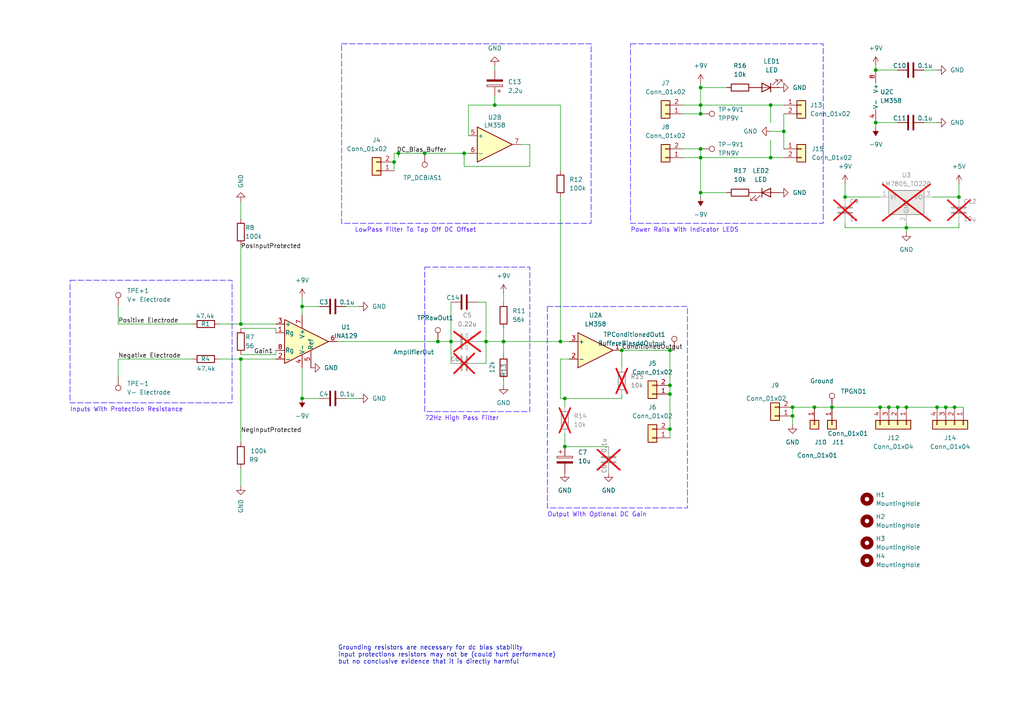
<source format=kicad_sch>
(kicad_sch (version 20231120) (generator "eeschema") (generator_version "8.0")
  (paper "A4")
  (lib_symbols
    (symbol "Amplifier_Instrumentation:INA129" (pin_names (offset 0.127))
      (property "Reference" "U" (at 3.81 3.175 0))
      (property "Value" "INA129" (at 3.81 -3.175 0))
      (symbol "INA129_0_1"
        (polyline (pts (xy 7.62 0) (xy -5.08 6.35) (xy -5.08 -6.35) (xy 7.62 0)) (stroke (width 0.254)) (fill (type background)))
      )
      (symbol "INA129_1_1"
        (pin passive line (at -7.62 2.54 0) (length 2.54) (name "Rg") (number "1"))
        (pin input line (at -7.62 -5.08 0) (length 2.54) (name "-") (number "2"))
        (pin input line (at -7.62 5.08 0) (length 2.54) (name "+") (number "3"))
        (pin power_in line (at 0 -7.62 90) (length 3.81) (name "V-") (number "4"))
        (pin input line (at 2.54 -7.62 90) (length 5.08) (name "Ref") (number "5"))
        (pin output line (at 10.16 0 180) (length 2.54) (name "~") (number "6"))
        (pin power_in line (at 0 7.62 270) (length 3.81) (name "V+") (number "7"))
        (pin passive line (at -7.62 -2.54 0) (length 2.54) (name "Rg") (number "8"))
      )
    )
    (symbol "Amplifier_Operational:LM358" (pin_names (offset 0.127))
      (property "Reference" "U" (at 0 5.08 0))
      (property "Value" "LM358" (at 0 -5.08 0))
      (symbol "LM358_1_1"
        (polyline (pts (xy -5.08 5.08) (xy 5.08 0) (xy -5.08 -5.08) (xy -5.08 5.08)) (stroke (width 0.254)) (fill (type background)))
        (pin output line (at 7.62 0 180) (length 2.54) (name "~") (number "1"))
        (pin input line (at -7.62 -2.54 0) (length 2.54) (name "-") (number "2"))
        (pin input line (at -7.62 2.54 0) (length 2.54) (name "+") (number "3"))
      )
      (symbol "LM358_2_1"
        (polyline (pts (xy -5.08 5.08) (xy 5.08 0) (xy -5.08 -5.08) (xy -5.08 5.08)) (stroke (width 0.254)) (fill (type background)))
        (pin input line (at -7.62 2.54 0) (length 2.54) (name "+") (number "5"))
        (pin input line (at -7.62 -2.54 0) (length 2.54) (name "-") (number "6"))
        (pin output line (at 7.62 0 180) (length 2.54) (name "~") (number "7"))
      )
      (symbol "LM358_3_1"
        (pin power_in line (at -2.54 -7.62 90) (length 3.81) (name "V-") (number "4"))
        (pin power_in line (at -2.54 7.62 270) (length 3.81) (name "V+") (number "8"))
      )
    )
    (symbol "Connector:TestPoint" (pin_numbers hide) (pin_names (offset 0.762) hide)
      (property "Reference" "TP" (at 0 6.858 0))
      (property "Value" "TestPoint" (at 0 5.08 0))
      (symbol "TestPoint_0_1"
        (circle (center 0 3.302) (radius 0.762))
      )
      (symbol "TestPoint_1_1"
        (pin passive line (at 0 0 90) (length 2.54) (name "1") (number "1"))
      )
    )
    (symbol "Connector_Generic:Conn_01x01" (pin_names (offset 1.016) hide)
      (property "Reference" "J" (at 0 2.54 0))
      (property "Value" "Conn_01x01" (at 0 -2.54 0))
      (symbol "Conn_01x01_1_1"
        (rectangle (start -1.27 0.127) (end 0 -0.127) (stroke (width 0.1524)))
        (rectangle (start -1.27 1.27) (end 1.27 -1.27) (stroke (width 0.254)) (fill (type background)))
        (pin passive line (at -5.08 0 0) (length 3.81) (name "Pin_1") (number "1"))
      )
    )
    (symbol "Connector_Generic:Conn_01x02" (pin_names (offset 1.016) hide)
      (property "Reference" "J" (at 0 2.54 0))
      (property "Value" "Conn_01x02" (at 0 -5.08 0))
      (symbol "Conn_01x02_1_1"
        (rectangle (start -1.27 -2.413) (end 0 -2.667) (stroke (width 0.1524)))
        (rectangle (start -1.27 0.127) (end 0 -0.127) (stroke (width 0.1524)))
        (rectangle (start -1.27 1.27) (end 1.27 -3.81) (stroke (width 0.254)) (fill (type background)))
        (pin passive line (at -5.08 0 0) (length 3.81) (name "Pin_1") (number "1"))
        (pin passive line (at -5.08 -2.54 0) (length 3.81) (name "Pin_2") (number "2"))
      )
    )
    (symbol "Connector_Generic:Conn_01x04" (pin_names (offset 1.016) hide)
      (property "Reference" "J" (at 0 5.08 0))
      (property "Value" "Conn_01x04" (at 0 -7.62 0))
      (symbol "Conn_01x04_1_1"
        (rectangle (start -1.27 -4.953) (end 0 -5.207) (stroke (width 0.1524)))
        (rectangle (start -1.27 -2.413) (end 0 -2.667) (stroke (width 0.1524)))
        (rectangle (start -1.27 0.127) (end 0 -0.127) (stroke (width 0.1524)))
        (rectangle (start -1.27 2.667) (end 0 2.413) (stroke (width 0.1524)))
        (rectangle (start -1.27 3.81) (end 1.27 -6.35) (stroke (width 0.254)) (fill (type background)))
        (pin passive line (at -5.08 2.54 0) (length 3.81) (name "Pin_1") (number "1"))
        (pin passive line (at -5.08 0 0) (length 3.81) (name "Pin_2") (number "2"))
        (pin passive line (at -5.08 -2.54 0) (length 3.81) (name "Pin_3") (number "3"))
        (pin passive line (at -5.08 -5.08 0) (length 3.81) (name "Pin_4") (number "4"))
      )
    )
    (symbol "Device:C" (pin_numbers hide) (pin_names (offset 0.254))
      (property "Reference" "C" (at 0.635 2.54 0))
      (property "Value" "C" (at 0.635 -2.54 0))
      (symbol "C_0_1"
        (polyline (pts (xy -2.032 -0.762) (xy 2.032 -0.762)) (stroke (width 0.508)))
        (polyline (pts (xy -2.032 0.762) (xy 2.032 0.762)) (stroke (width 0.508)))
      )
      (symbol "C_1_1"
        (pin passive line (at 0 3.81 270) (length 2.794) (name "~") (number "1"))
        (pin passive line (at 0 -3.81 90) (length 2.794) (name "~") (number "2"))
      )
    )
    (symbol "Device:C_Polarized" (pin_numbers hide) (pin_names (offset 0.254))
      (property "Reference" "C" (at 0.635 2.54 0))
      (property "Value" "C_Polarized" (at 0.635 -2.54 0))
      (symbol "C_Polarized_0_1"
        (rectangle (start -2.286 0.508) (end 2.286 1.016))
        (polyline (pts (xy -1.778 2.286) (xy -0.762 2.286)))
        (polyline (pts (xy -1.27 2.794) (xy -1.27 1.778)))
        (rectangle (start 2.286 -0.508) (end -2.286 -1.016) (fill (type outline)))
      )
      (symbol "C_Polarized_1_1"
        (pin passive line (at 0 3.81 270) (length 2.794) (name "~") (number "1"))
        (pin passive line (at 0 -3.81 90) (length 2.794) (name "~") (number "2"))
      )
    )
    (symbol "Device:LED" (pin_numbers hide) (pin_names (offset 1.016) hide)
      (property "Reference" "D" (at 0 2.54 0))
      (property "Value" "LED" (at 0 -2.54 0))
      (symbol "LED_0_1"
        (polyline (pts (xy -1.27 -1.27) (xy -1.27 1.27)) (stroke (width 0.254)))
        (polyline (pts (xy -1.27 0) (xy 1.27 0)))
        (polyline (pts (xy 1.27 -1.27) (xy 1.27 1.27) (xy -1.27 0) (xy 1.27 -1.27)) (stroke (width 0.254)))
        (polyline (pts (xy -3.048 -0.762) (xy -4.572 -2.286) (xy -3.81 -2.286) (xy -4.572 -2.286) (xy -4.572 -1.524)))
        (polyline (pts (xy -1.778 -0.762) (xy -3.302 -2.286) (xy -2.54 -2.286) (xy -3.302 -2.286) (xy -3.302 -1.524)))
      )
      (symbol "LED_1_1"
        (pin passive line (at -3.81 0 0) (length 2.54) (name "K") (number "1"))
        (pin passive line (at 3.81 0 180) (length 2.54) (name "A") (number "2"))
      )
    )
    (symbol "Device:R" (pin_numbers hide) (pin_names (offset 0))
      (property "Reference" "R" (at 2.032 0 90))
      (property "Value" "R" (at 0 0 90))
      (symbol "R_0_1"
        (rectangle (start -1.016 -2.54) (end 1.016 2.54) (stroke (width 0.254)))
      )
      (symbol "R_1_1"
        (pin passive line (at 0 3.81 270) (length 1.27) (name "~") (number "1"))
        (pin passive line (at 0 -3.81 90) (length 1.27) (name "~") (number "2"))
      )
    )
    (symbol "Mechanical:MountingHole" (pin_names (offset 1.016))
      (property "Reference" "H" (at 0 5.08 0))
      (property "Value" "MountingHole" (at 0 3.175 0))
      (symbol "MountingHole_0_1"
        (circle (center 0 0) (radius 1.27) (stroke (width 1.27)))
      )
    )
    (symbol "Regulator_Linear:LM7805_TO220" (pin_names (offset 0.254))
      (property "Reference" "U" (at -3.81 3.175 0))
      (property "Value" "LM7805_TO220" (at 0 3.175 0))
      (symbol "LM7805_TO220_0_1"
        (rectangle (start -5.08 1.905) (end 5.08 -5.08) (stroke (width 0.254)) (fill (type background)))
      )
      (symbol "LM7805_TO220_1_1"
        (pin power_in line (at -7.62 0 0) (length 2.54) (name "VI") (number "1"))
        (pin power_in line (at 0 -7.62 90) (length 2.54) (name "GND") (number "2"))
        (pin power_out line (at 7.62 0 180) (length 2.54) (name "VO") (number "3"))
      )
    )
    (symbol "power:+5V" (power) (pin_names (offset 0))
      (property "Value" "+5V" (at 0 3.556 0))
      (symbol "+5V_0_1"
        (polyline (pts (xy -0.762 1.27) (xy 0 2.54)))
        (polyline (pts (xy 0 0) (xy 0 2.54)))
        (polyline (pts (xy 0 2.54) (xy 0.762 1.27)))
      )
      (symbol "+5V_1_1"
        (pin power_in line (at 0 0 90) (length 0) hide (name "+5V") (number "1"))
      )
    )
    (symbol "power:+9V" (power) (pin_names (offset 0))
      (property "Value" "+9V" (at 0 3.556 0))
      (symbol "+9V_0_1"
        (polyline (pts (xy -0.762 1.27) (xy 0 2.54)))
        (polyline (pts (xy 0 0) (xy 0 2.54)))
        (polyline (pts (xy 0 2.54) (xy 0.762 1.27)))
      )
      (symbol "+9V_1_1"
        (pin power_in line (at 0 0 90) (length 0) hide (name "+9V") (number "1"))
      )
    )
    (symbol "power:-9V" (power) (pin_names (offset 0))
      (property "Value" "-9V" (at 0 3.81 0))
      (symbol "-9V_0_1"
        (polyline (pts (xy 0 0) (xy 0 2.54)))
        (polyline (pts (xy 0.762 1.27) (xy -0.762 1.27) (xy 0 2.54) (xy 0.762 1.27)) (fill (type outline)))
      )
      (symbol "-9V_1_1"
        (pin power_in line (at 0 0 90) (length 0) hide (name "-9V") (number "1"))
      )
    )
    (symbol "power:GND" (power) (pin_names (offset 0))
      (property "Value" "GND" (at 0 -3.81 0))
      (symbol "GND_0_1"
        (polyline (pts (xy 0 0) (xy 0 -1.27) (xy 1.27 -1.27) (xy 0 -2.54) (xy -1.27 -1.27) (xy 0 -1.27)))
      )
      (symbol "GND_1_1"
        (pin power_in line (at 0 0 270) (length 0) hide (name "GND") (number "1"))
      )
    )
  )
  (junction (at 163.83 129.54))
  (junction (at 203.2 43.18))
  (junction (at 130.81 99.06))
  (junction (at 194.31 124.46))
  (junction (at 223.52 45.72))
  (junction (at 203.2 33.02))
  (junction (at 262.89 66.04))
  (junction (at 87.63 88.9))
  (junction (at 194.31 111.76))
  (junction (at 162.56 99.06))
  (junction (at 134.62 44.45))
  (junction (at 143.51 30.48))
  (junction (at 276.86 118.11))
  (junction (at 227.33 38.1))
  (junction (at 223.52 30.48))
  (junction (at 278.13 57.15))
  (junction (at 69.85 104.14))
  (junction (at 241.3 118.11))
  (junction (at 146.05 99.06))
  (junction (at 127 99.06))
  (junction (at 229.87 118.11))
  (junction (at 271.78 118.11))
  (junction (at 257.81 118.11))
  (junction (at 194.31 101.6))
  (junction (at 87.63 115.57))
  (junction (at 245.11 57.15))
  (junction (at 203.2 25.4))
  (junction (at 203.2 55.88))
  (junction (at 123.19 44.45))
  (junction (at 69.85 93.98))
  (junction (at 254 35.56))
  (junction (at 236.22 118.11))
  (junction (at 260.35 118.11))
  (junction (at 114.3 46.99))
  (junction (at 203.2 45.72))
  (junction (at 254 20.32))
  (junction (at 262.89 118.11))
  (junction (at 194.31 114.3))
  (junction (at 229.87 120.65))
  (junction (at 255.27 118.11))
  (junction (at 140.97 99.06))
  (junction (at 180.34 101.6))
  (junction (at 274.32 118.11))
  (junction (at 163.83 115.57))
  (junction (at 203.2 30.48))
  (junction (at 115.57 44.45))
  (wire (pts (xy 227.33 38.1) (xy 227.33 43.18)))
  (wire (pts (xy 114.3 46.99) (xy 114.3 49.53)))
  (wire (pts (xy 140.97 99.06) (xy 140.97 105.41)))
  (wire (pts (xy 146.05 95.25) (xy 146.05 99.06)))
  (wire (pts (xy 198.12 30.48) (xy 203.2 30.48)))
  (wire (pts (xy 198.12 43.18) (xy 203.2 43.18)))
  (wire (pts (xy 203.2 24.13) (xy 203.2 25.4)))
  (wire (pts (xy 229.87 120.65) (xy 229.87 123.19)))
  (wire (pts (xy 69.85 93.98) (xy 80.01 93.98)))
  (wire (pts (xy 92.71 88.9) (xy 87.63 88.9)))
  (wire (pts (xy 245.11 57.15) (xy 255.27 57.15)))
  (wire (pts (xy 245.11 66.04) (xy 262.89 66.04)))
  (wire (pts (xy 143.51 27.94) (xy 143.51 30.48)))
  (wire (pts (xy 210.82 25.4) (xy 203.2 25.4)))
  (wire (pts (xy 130.81 99.06) (xy 130.81 105.41)))
  (wire (pts (xy 180.34 101.6) (xy 180.34 106.68)))
  (wire (pts (xy 260.35 118.11) (xy 262.89 118.11)))
  (wire (pts (xy 203.2 43.18) (xy 203.2 45.72)))
  (wire (pts (xy 262.89 64.77) (xy 262.89 66.04)))
  (wire (pts (xy 140.97 87.63) (xy 140.97 99.06)))
  (wire (pts (xy 127 99.06) (xy 130.81 99.06)))
  (wire (pts (xy 100.33 88.9) (xy 104.14 88.9)))
  (wire (pts (xy 162.56 57.15) (xy 162.56 99.06)))
  (wire (pts (xy 100.33 115.57) (xy 104.14 115.57)))
  (wire (pts (xy 276.86 118.11) (xy 279.4 118.11)))
  (wire (pts (xy 245.11 64.77) (xy 245.11 66.04)))
  (wire (pts (xy 203.2 30.48) (xy 203.2 33.02)))
  (wire (pts (xy 229.87 118.11) (xy 229.87 120.65)))
  (wire (pts (xy 80.01 95.25) (xy 80.01 96.52)))
  (wire (pts (xy 227.33 33.02) (xy 227.33 38.1)))
  (wire (pts (xy 255.27 118.11) (xy 257.81 118.11)))
  (wire (pts (xy 162.56 30.48) (xy 162.56 49.53)))
  (wire (pts (xy 254 36.83) (xy 254 35.56)))
  (wire (pts (xy 34.29 104.14) (xy 55.88 104.14)))
  (wire (pts (xy 163.83 125.73) (xy 163.83 129.54)))
  (wire (pts (xy 223.52 40.64) (xy 223.52 45.72)))
  (wire (pts (xy 198.12 33.02) (xy 203.2 33.02)))
  (wire (pts (xy 271.78 118.11) (xy 274.32 118.11)))
  (wire (pts (xy 34.29 88.9) (xy 34.29 93.98)))
  (wire (pts (xy 87.63 88.9) (xy 87.63 91.44)))
  (wire (pts (xy 69.85 95.25) (xy 80.01 95.25)))
  (wire (pts (xy 97.79 99.06) (xy 127 99.06)))
  (wire (pts (xy 257.81 118.11) (xy 260.35 118.11)))
  (wire (pts (xy 223.52 45.72) (xy 227.33 45.72)))
  (wire (pts (xy 114.3 44.45) (xy 114.3 46.99)))
  (wire (pts (xy 180.34 101.6) (xy 194.31 101.6)))
  (wire (pts (xy 134.62 48.26) (xy 153.67 48.26)))
  (wire (pts (xy 254 35.56) (xy 260.35 35.56)))
  (wire (pts (xy 143.51 19.05) (xy 143.51 20.32)))
  (wire (pts (xy 135.89 30.48) (xy 143.51 30.48)))
  (wire (pts (xy 194.31 114.3) (xy 194.31 124.46)))
  (wire (pts (xy 63.5 93.98) (xy 69.85 93.98)))
  (wire (pts (xy 274.32 118.11) (xy 276.86 118.11)))
  (wire (pts (xy 92.71 115.57) (xy 87.63 115.57)))
  (wire (pts (xy 223.52 45.72) (xy 203.2 45.72)))
  (wire (pts (xy 236.22 118.11) (xy 229.87 118.11)))
  (wire (pts (xy 223.52 30.48) (xy 227.33 30.48)))
  (wire (pts (xy 138.43 87.63) (xy 140.97 87.63)))
  (wire (pts (xy 134.62 48.26) (xy 134.62 44.45)))
  (wire (pts (xy 123.19 44.45) (xy 134.62 44.45)))
  (wire (pts (xy 130.81 87.63) (xy 130.81 99.06)))
  (wire (pts (xy 146.05 99.06) (xy 162.56 99.06)))
  (wire (pts (xy 162.56 104.14) (xy 162.56 115.57)))
  (wire (pts (xy 254 20.32) (xy 260.35 20.32)))
  (wire (pts (xy 203.2 57.15) (xy 203.2 55.88)))
  (wire (pts (xy 34.29 104.14) (xy 34.29 109.22)))
  (wire (pts (xy 180.34 114.3) (xy 180.34 115.57)))
  (wire (pts (xy 267.97 35.56) (xy 271.78 35.56)))
  (wire (pts (xy 270.51 57.15) (xy 278.13 57.15)))
  (wire (pts (xy 163.83 129.54) (xy 176.53 129.54)))
  (wire (pts (xy 267.97 20.32) (xy 271.78 20.32)))
  (wire (pts (xy 69.85 71.12) (xy 69.85 93.98)))
  (wire (pts (xy 223.52 38.1) (xy 227.33 38.1)))
  (wire (pts (xy 138.43 105.41) (xy 140.97 105.41)))
  (wire (pts (xy 203.2 55.88) (xy 203.2 45.72)))
  (wire (pts (xy 198.12 45.72) (xy 203.2 45.72)))
  (wire (pts (xy 80.01 102.87) (xy 80.01 101.6)))
  (wire (pts (xy 138.43 99.06) (xy 140.97 99.06)))
  (wire (pts (xy 162.56 99.06) (xy 165.1 99.06)))
  (wire (pts (xy 194.31 101.6) (xy 194.31 111.76)))
  (wire (pts (xy 146.05 85.09) (xy 146.05 87.63)))
  (wire (pts (xy 146.05 110.49) (xy 146.05 111.76)))
  (wire (pts (xy 87.63 86.36) (xy 87.63 88.9)))
  (wire (pts (xy 245.11 53.34) (xy 245.11 57.15)))
  (wire (pts (xy 223.52 35.56) (xy 223.52 30.48)))
  (wire (pts (xy 210.82 55.88) (xy 203.2 55.88)))
  (wire (pts (xy 203.2 25.4) (xy 203.2 30.48)))
  (wire (pts (xy 87.63 106.68) (xy 87.63 115.57)))
  (wire (pts (xy 135.89 30.48) (xy 135.89 39.37)))
  (wire (pts (xy 69.85 135.89) (xy 69.85 140.97)))
  (wire (pts (xy 223.52 30.48) (xy 203.2 30.48)))
  (wire (pts (xy 163.83 115.57) (xy 163.83 118.11)))
  (wire (pts (xy 194.31 111.76) (xy 194.31 114.3)))
  (wire (pts (xy 69.85 102.87) (xy 80.01 102.87)))
  (wire (pts (xy 254 19.05) (xy 254 20.32)))
  (wire (pts (xy 140.97 99.06) (xy 146.05 99.06)))
  (wire (pts (xy 115.57 44.45) (xy 123.19 44.45)))
  (wire (pts (xy 80.01 104.14) (xy 69.85 104.14)))
  (wire (pts (xy 153.67 41.91) (xy 153.67 48.26)))
  (wire (pts (xy 162.56 115.57) (xy 163.83 115.57)))
  (wire (pts (xy 262.89 66.04) (xy 278.13 66.04)))
  (wire (pts (xy 69.85 104.14) (xy 69.85 128.27)))
  (wire (pts (xy 63.5 104.14) (xy 69.85 104.14)))
  (wire (pts (xy 146.05 99.06) (xy 146.05 102.87)))
  (wire (pts (xy 34.29 93.98) (xy 55.88 93.98)))
  (wire (pts (xy 114.3 44.45) (xy 115.57 44.45)))
  (wire (pts (xy 194.31 101.6) (xy 195.58 101.6)))
  (wire (pts (xy 69.85 58.42) (xy 69.85 63.5)))
  (wire (pts (xy 194.31 124.46) (xy 194.31 127)))
  (wire (pts (xy 241.3 118.11) (xy 236.22 118.11)))
  (wire (pts (xy 165.1 104.14) (xy 162.56 104.14)))
  (wire (pts (xy 151.13 41.91) (xy 153.67 41.91)))
  (wire (pts (xy 262.89 118.11) (xy 271.78 118.11)))
  (wire (pts (xy 115.57 44.45) (xy 115.57 45.72)))
  (wire (pts (xy 134.62 44.45) (xy 135.89 44.45)))
  (wire (pts (xy 262.89 66.04) (xy 262.89 67.31)))
  (wire (pts (xy 163.83 115.57) (xy 180.34 115.57)))
  (wire (pts (xy 278.13 53.34) (xy 278.13 57.15)))
  (wire (pts (xy 278.13 64.77) (xy 278.13 66.04)))
  (wire (pts (xy 241.3 118.11) (xy 255.27 118.11)))
  (wire (pts (xy 143.51 30.48) (xy 162.56 30.48)))
  (rectangle (start 123.19 77.47) (end 153.67 119.38) (stroke (width 0) (type dash) (color 26 0 255 1)))
  (rectangle (start 20.32 81.28) (end 67.31 116.84) (stroke (width 0) (type dash) (color 26 0 255 1)))
  (rectangle (start 158.75 88.9) (end 199.39 147.32) (stroke (width 0) (type dash) (color 26 0 255 1)))
  (rectangle (start 182.88 12.7) (end 238.76 64.77) (stroke (width 0) (type dash) (color 26 0 255 1)))
  (rectangle (start 99.06 12.7) (end 171.45 64.77) (stroke (width 0) (type dash) (color 26 0 255 1)))
  (text "Power Rails With Indicator LEDS" (at 182.88 66.04 0) (effects (font (size 1.27 1.27)) (justify left top)))
  (text "Output With Optional DC Gain\n" (at 158.75 148.59 0) (effects (font (size 1.27 1.27)) (justify left top)))
  (text "Inputs With Protection Resistance" (at 20.32 118.11 0) (effects (font (size 1.27 1.27)) (justify left top)))
  (text "72Hz High Pass Filter\n" (at 123.19 120.65 0) (effects (font (size 1.27 1.27)) (justify left top)))
  (text "LowPass Filter To Tap Off DC Offset" (at 102.87 66.04 0) (effects (font (size 1.27 1.27)) (justify left top)))
  (text "Grounding resistors are necessary for dc bias stability\ninput protections resistors may not be (could hurt performance)\nbut no conclusive evidence that it is directly harmful\n" (at 98.044 192.786 0) (effects (font (size 1.27 1.27)) (justify left bottom)))
  (label "Negative Electrode" (at 34.29 104.14 0))
  (label "ConditionedOutput" (at 180.34 101.6 0))
  (label "Gain1" (at 73.66 102.87 0))
  (label "Positive Electrode" (at 34.29 93.98 0))
  (label "PosInputProtected" (at 69.85 72.39 0))
  (label "NegInputProtected" (at 69.85 125.73 0))
  (label "DC_Bias_Buffer" (at 129.54 44.45 180))
  (symbol (lib_id "power:+9V") (at 87.63 86.36 0) (unit 1)
    (property "Reference" "#PWR05" (effects (hide yes)))
    (property "Value" "+9V" (at 87.63 81.28 0))
  )
  (symbol (lib_id "Device:R") (at 146.05 106.68 180) (unit 1)
    (property "Reference" "R13" (at 146.05 105.41 90) (effects (justify left)))
    (property "Value" "12k" (at 142.748 104.648 90) (effects (justify left)))
    (property "Footprint" "Resistor_SMD:R_1206_3216Metric_Pad1.30x1.75mm_HandSolder" (effects (hide yes)))
  )
  (symbol (lib_id "Device:LED") (at 222.25 25.4 180) (unit 1)
    (property "Reference" "LED1" (at 223.8375 17.78 0))
    (property "Value" "LED" (at 223.8375 20.32 0))
    (property "Footprint" "LED_SMD:LED_1206_3216Metric_Pad1.42x1.75mm_HandSolder" (effects (hide yes)))
    (property "Description" "Light emitting diode" (effects (hide yes)))
  )
  (symbol (lib_id "Mechanical:MountingHole") (at 251.46 144.78 0) (unit 1)
    (property "Reference" "H1" (at 254 143.51 0) (effects (justify left)))
    (property "Value" "MountingHole" (at 254 146.05 0) (effects (justify left)))
    (property "Footprint" "MountingHole:MountingHole_3.2mm_M3" (effects (hide yes)))
  )
  (symbol (lib_id "Device:C") (at 264.16 20.32 90) (unit 1)
    (property "Reference" "C10" (at 262.89 19.05 90) (effects (justify left)))
    (property "Value" "0.1u" (at 270.51 19.05 90) (effects (justify left)))
    (property "Footprint" "Capacitor_SMD:C_1206_3216Metric_Pad1.33x1.80mm_HandSolder" (effects (hide yes)))
  )
  (symbol (lib_id "Connector_Generic:Conn_01x04") (at 276.86 123.19 270) (unit 1)
    (property "Reference" "J14" (at 275.59 127 90))
    (property "Value" "Conn_01x04" (at 275.59 129.54 90))
    (property "Footprint" "Connector_PinHeader_2.54mm:PinHeader_1x04_P2.54mm_Vertical" (effects (hide yes)))
    (property "Description" "Generic connector, single row, 01x04, script generated (kicad-library-utils/schlib/autogen/connector/)" (effects (hide yes)))
  )
  (symbol (lib_id "Device:R") (at 59.69 104.14 90) (unit 1)
    (property "Reference" "R4" (at 60.96 104.14 90) (effects (justify left)))
    (property "Value" "47.4k" (at 62.484 106.934 90) (effects (justify left)))
    (property "Footprint" "Resistor_SMD:R_1206_3216Metric_Pad1.30x1.75mm_HandSolder" (effects (hide yes)))
  )
  (symbol (lib_id "power:+9V") (at 146.05 85.09 0) (unit 1)
    (property "Reference" "#PWR08" (effects (hide yes)))
    (property "Value" "+9V" (at 146.05 80.01 0))
  )
  (symbol (lib_id "Connector_Generic:Conn_01x01") (at 236.22 123.19 270) (unit 1)
    (property "Reference" "J10" (at 236.22 128.27 90) (effects (justify left)))
    (property "Value" "Conn_01x01" (at 231.14 132.08 90) (effects (justify left)))
    (property "Footprint" "Connector_PinHeader_2.54mm:PinHeader_1x01_P2.54mm_Vertical" (effects (hide yes)))
  )
  (symbol (lib_id "power:GND") (at 229.87 123.19 0) (unit 1)
    (property "Reference" "#PWR017" (effects (hide yes)))
    (property "Value" "GND" (at 229.87 128.27 0))
  )
  (symbol (lib_id "power:GND") (at 176.53 137.16 0) (unit 1)
    (property "Reference" "#PWR014" (effects (hide yes)))
    (property "Value" "GND" (at 176.53 142.24 0))
  )
  (symbol (lib_id "power:GND") (at 262.89 67.31 0) (unit 1)
    (property "Reference" "#PWR023" (effects (hide yes)))
    (property "Value" "GND" (at 262.89 72.39 0))
  )
  (symbol (lib_id "Amplifier_Operational:LM358") (at 172.72 101.6 0) (unit 1)
    (property "Reference" "U2" (at 172.72 91.44 0))
    (property "Value" "LM358" (at 172.72 93.98 0))
    (property "Footprint" "Package_DIP:DIP-8_W7.62mm_LongPads" (effects (hide yes)))
    (property "Datasheet" "http://www.ti.com/lit/ds/symlink/lm2904-n.pdf" (effects (hide yes)))
  )
  (symbol (lib_id "Device:R") (at 69.85 132.08 180) (unit 1)
    (property "Reference" "R9" (at 74.93 133.35 0) (effects (justify left)))
    (property "Value" "100k" (at 77.47 130.81 0) (effects (justify left)))
    (property "Footprint" "Resistor_SMD:R_1206_3216Metric_Pad1.30x1.75mm_HandSolder" (effects (hide yes)))
  )
  (symbol (lib_id "Device:R") (at 146.05 91.44 0) (unit 1)
    (property "Reference" "R11" (at 148.59 90.1699 0) (effects (justify left)))
    (property "Value" "56k" (at 148.59 92.7099 0) (effects (justify left)))
    (property "Footprint" "Resistor_SMD:R_1206_3216Metric_Pad1.30x1.75mm_HandSolder" (effects (hide yes)))
  )
  (symbol (lib_id "Device:C_Polarized") (at 134.62 99.06 270) (unit 1) (dnp yes)
    (property "Reference" "C5" (at 135.509 91.44 90))
    (property "Value" "0.22u" (at 135.509 93.98 90))
    (property "Footprint" "Capacitor_THT:CP_Radial_D4.0mm_P2.00mm" (effects (hide yes)))
  )
  (symbol (lib_id "Connector:TestPoint") (at 203.2 33.02 270) (unit 1)
    (property "Reference" "TP+9V1" (at 208.28 31.75 90) (effects (justify left)))
    (property "Value" "TPP9V" (at 208.28 34.29 90) (effects (justify left)))
    (property "Footprint" "TestPoint:TestPoint_Pad_D4.0mm" (effects (hide yes)))
  )
  (symbol (lib_id "power:+5V") (at 278.13 53.34 0) (unit 1)
    (property "Reference" "#PWR029" (effects (hide yes)))
    (property "Value" "+5V" (at 278.13 48.26 0))
  )
  (symbol (lib_id "Amplifier_Instrumentation:INA129") (at 87.63 99.06 0) (unit 1)
    (property "Reference" "U1" (at 100.33 94.8691 0))
    (property "Value" "INA129" (at 100.33 97.4091 0))
    (property "Footprint" "Package_DIP:DIP-8_W7.62mm_LongPads" (effects (hide yes)))
    (property "Datasheet" "http://www.ti.com/lit/ds/symlink/ina128.pdf" (effects (hide yes)))
  )
  (symbol (lib_id "Connector_Generic:Conn_01x02") (at 193.04 45.72 180) (unit 1)
    (property "Reference" "J8" (at 193.04 36.83 0))
    (property "Value" "Conn_01x02" (at 193.04 39.37 0))
    (property "Footprint" "Connector_PinHeader_2.54mm:PinHeader_1x02_P2.54mm_Vertical" (effects (hide yes)))
  )
  (symbol (lib_id "power:-9V") (at 87.63 115.57 180) (unit 1)
    (property "Reference" "#PWR06" (effects (hide yes)))
    (property "Value" "-9V" (at 87.63 120.65 0))
  )
  (symbol (lib_id "Device:C") (at 264.16 35.56 90) (unit 1)
    (property "Reference" "C11" (at 262.89 34.29 90) (effects (justify left)))
    (property "Value" "0.1u" (at 270.51 34.29 90) (effects (justify left)))
    (property "Footprint" "Capacitor_SMD:C_1206_3216Metric_Pad1.33x1.80mm_HandSolder" (effects (hide yes)))
  )
  (symbol (lib_id "Connector_Generic:Conn_01x02") (at 109.22 49.53 180) (unit 1)
    (property "Reference" "J4" (at 109.22 40.64 0))
    (property "Value" "Conn_01x02" (at 106.426 43.18 0))
    (property "Footprint" "Connector_PinHeader_2.54mm:PinHeader_1x02_P2.54mm_Vertical" (effects (hide yes)))
  )
  (symbol (lib_id "Connector:TestPoint") (at 127 99.06 0) (unit 1)
    (property "Reference" "TPRawOut1" (at 120.904 92.202 0) (effects (justify left)))
    (property "Value" "AmplifierOut" (at 114.046 102.108 0) (effects (justify left)))
    (property "Footprint" "TestPoint:TestPoint_Pad_D2.5mm" (effects (hide yes)))
  )
  (symbol (lib_id "Device:LED") (at 222.25 55.88 0) (unit 1)
    (property "Reference" "LED2" (at 220.6625 49.53 0))
    (property "Value" "LED" (at 220.6625 52.07 0))
    (property "Footprint" "LED_SMD:LED_1206_3216Metric_Pad1.42x1.75mm_HandSolder" (effects (hide yes)))
    (property "Description" "Light emitting diode" (effects (hide yes)))
  )
  (symbol (lib_id "Device:C") (at 96.52 88.9 90) (unit 1)
    (property "Reference" "C3" (at 95.25 87.63 90) (effects (justify left)))
    (property "Value" "0.1u" (at 102.87 87.63 90) (effects (justify left)))
    (property "Footprint" "Capacitor_SMD:C_1206_3216Metric_Pad1.33x1.80mm_HandSolder" (effects (hide yes)))
  )
  (symbol (lib_id "power:+9V") (at 203.2 24.13 0) (unit 1)
    (property "Reference" "#PWR015" (effects (hide yes)))
    (property "Value" "+9V" (at 203.2 19.05 0))
  )
  (symbol (lib_id "Device:C") (at 134.62 105.41 90) (unit 1) (dnp yes)
    (property "Reference" "C6" (at 133.35 104.14 90) (effects (justify left)))
    (property "Value" "0.1u" (effects (hide yes)))
    (property "Footprint" "Capacitor_SMD:C_1206_3216Metric_Pad1.33x1.80mm_HandSolder" (effects (hide yes)))
  )
  (symbol (lib_id "Device:R") (at 69.85 67.31 0) (unit 1)
    (property "Reference" "R8" (at 71.12 66.04 0) (effects (justify left)))
    (property "Value" "100k" (at 71.12 68.58 0) (effects (justify left)))
    (property "Footprint" "Resistor_SMD:R_1206_3216Metric_Pad1.30x1.75mm_HandSolder" (effects (hide yes)))
  )
  (symbol (lib_id "Amplifier_Operational:LM358") (at 256.54 27.94 0) (unit 3)
    (property "Reference" "U2" (at 255.27 26.67 0) (effects (justify left)))
    (property "Value" "LM358" (at 255.27 29.21 0) (effects (justify left)))
    (property "Footprint" "Package_DIP:DIP-8_W7.62mm_LongPads" (effects (hide yes)))
    (property "Datasheet" "http://www.ti.com/lit/ds/symlink/lm2904-n.pdf" (effects (hide yes)))
  )
  (symbol (lib_id "Device:C_Polarized") (at 163.83 133.35 0) (unit 1)
    (property "Reference" "C7" (at 167.64 131.191 0) (effects (justify left)))
    (property "Value" "10u" (at 167.64 133.731 0) (effects (justify left)))
    (property "Footprint" "Capacitor_THT:CP_Radial_D4.0mm_P2.00mm" (effects (hide yes)))
  )
  (symbol (lib_id "power:-9V") (at 254 36.83 180) (unit 1)
    (property "Reference" "#PWR022" (effects (hide yes)))
    (property "Value" "-9V" (at 254 41.91 0))
  )
  (symbol (lib_id "power:GND") (at 146.05 111.76 0) (unit 1)
    (property "Reference" "#PWR012" (effects (hide yes)))
    (property "Value" "GND" (at 146.05 116.84 0))
  )
  (symbol (lib_id "power:GND") (at 69.85 58.42 180) (unit 1)
    (property "Reference" "#PWR03" (effects (hide yes)))
    (property "Value" "GND" (at 69.85 54.61 90) (effects (justify right)))
  )
  (symbol (lib_id "power:GND") (at 271.78 20.32 90) (unit 1)
    (property "Reference" "#PWR027" (effects (hide yes)))
    (property "Value" "GND" (at 275.59 20.32 90) (effects (justify right)))
  )
  (symbol (lib_id "Connector_Generic:Conn_01x02") (at 189.23 114.3 180) (unit 1)
    (property "Reference" "J5" (at 189.23 105.41 0))
    (property "Value" "Conn_01x02" (at 189.23 107.95 0))
    (property "Footprint" "Connector_PinHeader_2.54mm:PinHeader_1x02_P2.54mm_Vertical" (effects (hide yes)))
  )
  (symbol (lib_id "Device:C") (at 134.62 87.63 90) (unit 1)
    (property "Reference" "C14" (at 133.35 86.36 90) (effects (justify left)))
    (property "Value" "0.1u" (effects (hide yes)))
    (property "Footprint" "Capacitor_THT:C_Rect_L7.2mm_W3.5mm_P5.00mm_FKS2_FKP2_MKS2_MKP2" (effects (hide yes)))
    (property "Description" "R82EC3220Z370J" (effects (hide yes)))
  )
  (symbol (lib_id "Connector_Generic:Conn_01x02") (at 232.41 43.18 0) (unit 1)
    (property "Reference" "J15" (at 235.3882 43.1799 0) (effects (justify left)))
    (property "Value" "Conn_01x02" (at 235.3882 45.7199 0) (effects (justify left)))
    (property "Footprint" "Connector_PinHeader_2.54mm:PinHeader_1x02_P2.54mm_Vertical" (effects (hide yes)))
  )
  (symbol (lib_id "power:GND") (at 69.85 140.97 0) (unit 1)
    (property "Reference" "#PWR04" (effects (hide yes)))
    (property "Value" "GND" (at 69.85 144.78 90) (effects (justify right)))
  )
  (symbol (lib_id "Device:R") (at 59.69 93.98 90) (unit 1)
    (property "Reference" "R1" (at 60.96 93.98 90) (effects (justify left)))
    (property "Value" "47.4k" (at 62.23 91.694 90) (effects (justify left)))
    (property "Footprint" "Resistor_SMD:R_1206_3216Metric_Pad1.30x1.75mm_HandSolder" (effects (hide yes)))
  )
  (symbol (lib_id "Device:R") (at 69.85 99.06 0) (unit 1)
    (property "Reference" "R7" (at 71.12 97.79 0) (effects (justify left)))
    (property "Value" "56" (at 71.12 100.33 0) (effects (justify left)))
    (property "Footprint" "Resistor_SMD:R_1206_3216Metric_Pad1.30x1.75mm_HandSolder" (effects (hide yes)))
  )
  (symbol (lib_id "Connector_Generic:Conn_01x02") (at 232.41 30.48 0) (unit 1)
    (property "Reference" "J13" (at 234.95 30.4799 0) (effects (justify left)))
    (property "Value" "Conn_01x02" (at 234.95 33.0199 0) (effects (justify left)))
    (property "Footprint" "Connector_PinHeader_2.54mm:PinHeader_1x02_P2.54mm_Vertical" (effects (hide yes)))
  )
  (symbol (lib_id "power:GND") (at 90.17 106.68 90) (unit 1)
    (property "Reference" "#PWR07" (effects (hide yes)))
    (property "Value" "GND" (at 93.98 106.68 90) (effects (justify right)))
  )
  (symbol (lib_id "Connector:TestPoint") (at 195.58 101.6 0) (mirror y) (unit 1)
    (property "Reference" "TPConditionedOut1" (at 193.04 97.0279 0) (effects (justify left)))
    (property "Value" "BuffereBiasddOutput" (at 193.04 99.5679 0) (effects (justify left)))
    (property "Footprint" "TestPoint:TestPoint_Pad_D2.5mm" (effects (hide yes)))
  )
  (symbol (lib_id "Amplifier_Operational:LM358") (at 143.51 41.91 0) (unit 2)
    (property "Reference" "U2" (at 143.51 34.036 0))
    (property "Value" "LM358" (at 143.51 36.322 0))
    (property "Footprint" "Package_DIP:DIP-8_W7.62mm_LongPads" (effects (hide yes)))
    (property "Datasheet" "http://www.ti.com/lit/ds/symlink/lm2904-n.pdf" (effects (hide yes)))
  )
  (symbol (lib_id "Device:R") (at 162.56 53.34 0) (unit 1)
    (property "Reference" "R12" (at 165.1 52.0699 0) (effects (justify left)))
    (property "Value" "100k" (at 165.1 54.6099 0) (effects (justify left)))
    (property "Footprint" "Resistor_SMD:R_1206_3216Metric_Pad1.30x1.75mm_HandSolder" (effects (hide yes)))
  )
  (symbol (lib_id "Mechanical:MountingHole") (at 251.46 162.56 0) (unit 1)
    (property "Reference" "H4" (at 254 161.29 0) (effects (justify left)))
    (property "Value" "MountingHole" (at 254 163.83 0) (effects (justify left)))
    (property "Footprint" "MountingHole:MountingHole_3.2mm_M3" (effects (hide yes)))
  )
  (symbol (lib_id "power:GND") (at 271.78 35.56 90) (unit 1)
    (property "Reference" "#PWR028" (effects (hide yes)))
    (property "Value" "GND" (at 275.59 35.56 90) (effects (justify right)))
  )
  (symbol (lib_id "power:GND") (at 104.14 115.57 90) (unit 1)
    (property "Reference" "#PWR011" (effects (hide yes)))
    (property "Value" "GND" (at 107.95 115.57 90) (effects (justify right)))
  )
  (symbol (lib_id "Connector:TestPoint") (at 34.29 109.22 180) (unit 1)
    (property "Reference" "TPE-1" (at 36.83 111.252 0) (effects (justify right)))
    (property "Value" "V- Electrode" (at 36.83 113.792 0) (effects (justify right)))
    (property "Footprint" "TestPoint:TestPoint_Pad_D4.0mm" (effects (hide yes)))
  )
  (symbol (lib_id "power:+9V") (at 254 19.05 0) (unit 1)
    (property "Reference" "#PWR021" (effects (hide yes)))
    (property "Value" "+9V" (at 254 13.97 0))
  )
  (symbol (lib_id "Mechanical:MountingHole") (at 251.46 157.48 0) (unit 1)
    (property "Reference" "H3" (at 254 156.21 0) (effects (justify left)))
    (property "Value" "MountingHole" (at 254 158.75 0) (effects (justify left)))
    (property "Footprint" "MountingHole:MountingHole_3.2mm_M3" (effects (hide yes)))
  )
  (symbol (lib_id "Mechanical:MountingHole") (at 251.46 151.13 0) (unit 1)
    (property "Reference" "H2" (at 254 149.86 0) (effects (justify left)))
    (property "Value" "MountingHole" (at 254 152.4 0) (effects (justify left)))
    (property "Footprint" "MountingHole:MountingHole_3.2mm_M3" (effects (hide yes)))
  )
  (symbol (lib_id "power:GND") (at 143.51 19.05 180) (unit 1)
    (property "Reference" "#PWR09" (effects (hide yes)))
    (property "Value" "GND" (at 143.51 13.97 0))
  )
  (symbol (lib_id "Device:C") (at 245.11 60.96 0) (unit 1) (on_board no) (dnp yes)
    (property "Reference" "C9" (at 246.38 58.42 0) (effects (justify left)))
    (property "Value" "1u" (at 246.38 63.5 0) (effects (justify left)))
    (property "Footprint" "Capacitor_SMD:C_1206_3216Metric_Pad1.33x1.80mm_HandSolder" (effects (hide yes)))
  )
  (symbol (lib_id "Device:C_Polarized") (at 143.51 24.13 180) (unit 1)
    (property "Reference" "C13" (at 147.32 23.7489 0) (effects (justify right)))
    (property "Value" "2.2u" (at 147.32 26.2889 0) (effects (justify right)))
    (property "Footprint" "Capacitor_THT:CP_Radial_D6.3mm_P2.50mm" (effects (hide yes)))
  )
  (symbol (lib_id "Device:C") (at 96.52 115.57 90) (unit 1)
    (property "Reference" "C4" (at 95.25 114.3 90) (effects (justify left)))
    (property "Value" "0.1u" (at 102.87 114.3 90) (effects (justify left)))
    (property "Footprint" "Capacitor_SMD:C_1206_3216Metric_Pad1.33x1.80mm_HandSolder" (effects (hide yes)))
  )
  (symbol (lib_id "Device:R") (at 180.34 110.49 0) (unit 1) (dnp yes)
    (property "Reference" "R15" (at 182.88 109.2199 0) (effects (justify left)))
    (property "Value" "10k" (at 182.88 111.7599 0) (effects (justify left)))
    (property "Footprint" "Resistor_SMD:R_1206_3216Metric_Pad1.30x1.75mm_HandSolder" (effects (hide yes)))
  )
  (symbol (lib_id "power:+9V") (at 245.11 53.34 0) (unit 1)
    (property "Reference" "#PWR020" (effects (hide yes)))
    (property "Value" "+9V" (at 245.11 48.26 0))
  )
  (symbol (lib_id "Connector_Generic:Conn_01x01") (at 241.3 123.19 270) (unit 1)
    (property "Reference" "J11" (at 241.3 128.27 90) (effects (justify left)))
    (property "Value" "Conn_01x01" (at 240.03 125.73 90) (effects (justify left)))
    (property "Footprint" "Connector_PinHeader_2.54mm:PinHeader_1x01_P2.54mm_Vertical" (effects (hide yes)))
  )
  (symbol (lib_id "Device:R") (at 214.63 25.4 90) (unit 1)
    (property "Reference" "R16" (at 214.63 19.05 90))
    (property "Value" "10k" (at 214.63 21.59 90))
    (property "Footprint" "Resistor_SMD:R_1206_3216Metric_Pad1.30x1.75mm_HandSolder" (effects (hide yes)))
  )
  (symbol (lib_id "power:GND") (at 223.52 38.1 270) (unit 1)
    (property "Reference" "#PWR025" (effects (hide yes)))
    (property "Value" "GND" (at 219.71 38.0999 90) (effects (justify right)))
  )
  (symbol (lib_id "Connector:TestPoint") (at 203.2 43.18 270) (unit 1)
    (property "Reference" "TP-9V1" (at 208.28 41.91 90) (effects (justify left)))
    (property "Value" "TPN9V" (at 208.28 44.45 90) (effects (justify left)))
    (property "Footprint" "TestPoint:TestPoint_Pad_D4.0mm" (effects (hide yes)))
  )
  (symbol (lib_id "power:GND") (at 163.83 137.16 0) (unit 1)
    (property "Reference" "#PWR013" (effects (hide yes)))
    (property "Value" "GND" (at 163.83 142.24 0))
  )
  (symbol (lib_id "Device:C") (at 278.13 60.96 0) (unit 1) (on_board no) (dnp yes)
    (property "Reference" "C12" (at 279.4 58.42 0) (effects (justify left)))
    (property "Value" "10u" (at 279.4 63.5 0) (effects (justify left)))
    (property "Footprint" "Capacitor_SMD:C_1206_3216Metric_Pad1.33x1.80mm_HandSolder" (effects (hide yes)))
  )
  (symbol (lib_id "power:GND") (at 104.14 88.9 90) (unit 1)
    (property "Reference" "#PWR010" (effects (hide yes)))
    (property "Value" "GND" (at 107.95 88.9 90) (effects (justify right)))
  )
  (symbol (lib_id "power:GND") (at 226.06 25.4 90) (unit 1)
    (property "Reference" "#PWR018" (effects (hide yes)))
    (property "Value" "GND" (at 229.87 25.4 90) (effects (justify right)))
  )
  (symbol (lib_id "power:GND") (at 226.06 55.88 90) (unit 1)
    (property "Reference" "#PWR019" (effects (hide yes)))
    (property "Value" "GND" (at 229.87 55.88 90) (effects (justify right)))
  )
  (symbol (lib_id "Device:C") (at 176.53 133.35 180) (unit 1) (dnp yes)
    (property "Reference" "C8" (at 175.26 134.62 90) (effects (justify left)))
    (property "Value" "0.1u" (at 175.26 127 90) (effects (justify left)))
    (property "Footprint" "Capacitor_SMD:C_1206_3216Metric_Pad1.33x1.80mm_HandSolder" (effects (hide yes)))
  )
  (symbol (lib_id "Connector:TestPoint") (at 241.3 118.11 0) (unit 1)
    (property "Reference" "TPGND1" (at 243.84 113.538 0) (effects (justify left)))
    (property "Value" "Ground" (at 234.95 110.49 0) (effects (justify left)))
    (property "Footprint" "TestPoint:TestPoint_Pad_D4.0mm" (effects (hide yes)))
  )
  (symbol (lib_id "Connector_Generic:Conn_01x04") (at 260.35 123.19 270) (unit 1)
    (property "Reference" "J12" (at 259.08 127 90))
    (property "Value" "Conn_01x04" (at 259.08 129.54 90))
    (property "Footprint" "Connector_PinHeader_2.54mm:PinHeader_1x04_P2.54mm_Vertical" (effects (hide yes)))
    (property "Description" "Generic connector, single row, 01x04, script generated (kicad-library-utils/schlib/autogen/connector/)" (effects (hide yes)))
  )
  (symbol (lib_id "Regulator_Linear:LM7805_TO220") (at 262.89 57.15 0) (unit 1) (on_board no) (dnp yes)
    (property "Reference" "U3" (at 262.89 50.8 0))
    (property "Value" "LM7805_TO220" (at 262.89 53.34 0))
    (property "Footprint" "Package_TO_SOT_THT:TO-220-3_Vertical" (effects (hide yes)))
    (property "Datasheet" "https://www.onsemi.cn/PowerSolutions/document/MC7800-D.PDF" (effects (hide yes)))
  )
  (symbol (lib_id "Connector:TestPoint") (at 34.29 88.9 0) (unit 1)
    (property "Reference" "TPE+1" (at 36.83 84.328 0) (effects (justify left)))
    (property "Value" "V+ Electrode" (at 36.83 86.868 0) (effects (justify left)))
    (property "Footprint" "TestPoint:TestPoint_Pad_D4.0mm" (effects (hide yes)))
  )
  (symbol (lib_id "Connector_Generic:Conn_01x02") (at 189.23 127 180) (unit 1)
    (property "Reference" "J6" (at 189.23 118.11 0))
    (property "Value" "Conn_01x02" (at 189.23 120.65 0))
    (property "Footprint" "Connector_PinHeader_2.54mm:PinHeader_1x02_P2.54mm_Vertical" (effects (hide yes)))
  )
  (symbol (lib_id "Device:R") (at 163.83 121.92 0) (unit 1) (dnp yes)
    (property "Reference" "R14" (at 166.37 120.65 0) (effects (justify left)))
    (property "Value" "10k" (at 166.37 123.19 0) (effects (justify left)))
    (property "Footprint" "Resistor_SMD:R_1206_3216Metric_Pad1.30x1.75mm_HandSolder" (effects (hide yes)))
  )
  (symbol (lib_id "Device:R") (at 214.63 55.88 90) (unit 1)
    (property "Reference" "R17" (at 214.63 49.53 90))
    (property "Value" "10k" (at 214.63 52.07 90))
    (property "Footprint" "Resistor_SMD:R_1206_3216Metric_Pad1.30x1.75mm_HandSolder" (effects (hide yes)))
  )
  (symbol (lib_id "power:-9V") (at 203.2 57.15 180) (unit 1)
    (property "Reference" "#PWR016" (effects (hide yes)))
    (property "Value" "-9V" (at 203.2 62.23 0))
  )
  (symbol (lib_id "Connector:TestPoint") (at 123.19 44.45 180) (unit 1)
    (property "Reference" "TP_DCBIAS1" (at 128.27 51.562 0) (effects (justify left)))
    (property "Value" "Buffered_Output" (effects (hide yes)))
    (property "Footprint" "TestPoint:TestPoint_Pad_D2.5mm" (effects (hide yes)))
  )
  (symbol (lib_id "Connector_Generic:Conn_01x02") (at 224.79 120.65 180) (unit 1)
    (property "Reference" "J9" (at 224.79 111.76 0))
    (property "Value" "Conn_01x02" (at 222.25 115.57 0))
    (property "Footprint" "Connector_PinHeader_2.54mm:PinHeader_1x02_P2.54mm_Vertical" (effects (hide yes)))
  )
  (symbol (lib_id "Connector_Generic:Conn_01x02") (at 193.04 33.02 180) (unit 1)
    (property "Reference" "J7" (at 193.04 24.13 0))
    (property "Value" "Conn_01x02" (at 193.04 26.67 0))
    (property "Footprint" "Connector_PinHeader_2.54mm:PinHeader_1x02_P2.54mm_Vertical" (effects (hide yes)))
  )
)
</source>
